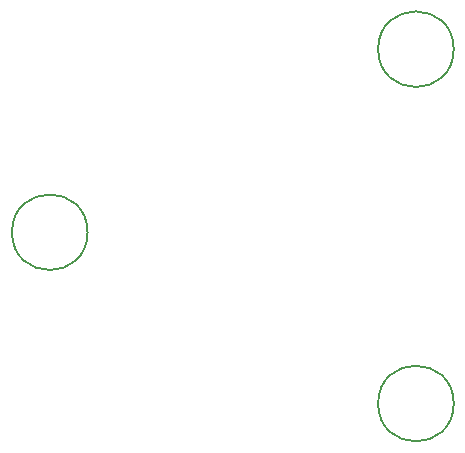
<source format=gbr>
%TF.GenerationSoftware,KiCad,Pcbnew,7.0.7*%
%TF.CreationDate,2023-09-12T13:53:03+02:00*%
%TF.ProjectId,CDU,4344552e-6b69-4636-9164-5f7063625858,rev?*%
%TF.SameCoordinates,Original*%
%TF.FileFunction,Other,Comment*%
%FSLAX46Y46*%
G04 Gerber Fmt 4.6, Leading zero omitted, Abs format (unit mm)*
G04 Created by KiCad (PCBNEW 7.0.7) date 2023-09-12 13:53:03*
%MOMM*%
%LPD*%
G01*
G04 APERTURE LIST*
%ADD10C,0.150000*%
G04 APERTURE END LIST*
D10*
%TO.C,REF\u002A\u002A*%
X84700000Y-71000000D02*
G75*
G03*
X84700000Y-71000000I-3200000J0D01*
G01*
X115700000Y-55500000D02*
G75*
G03*
X115700000Y-55500000I-3200000J0D01*
G01*
X115700000Y-85500000D02*
G75*
G03*
X115700000Y-85500000I-3200000J0D01*
G01*
%TD*%
M02*

</source>
